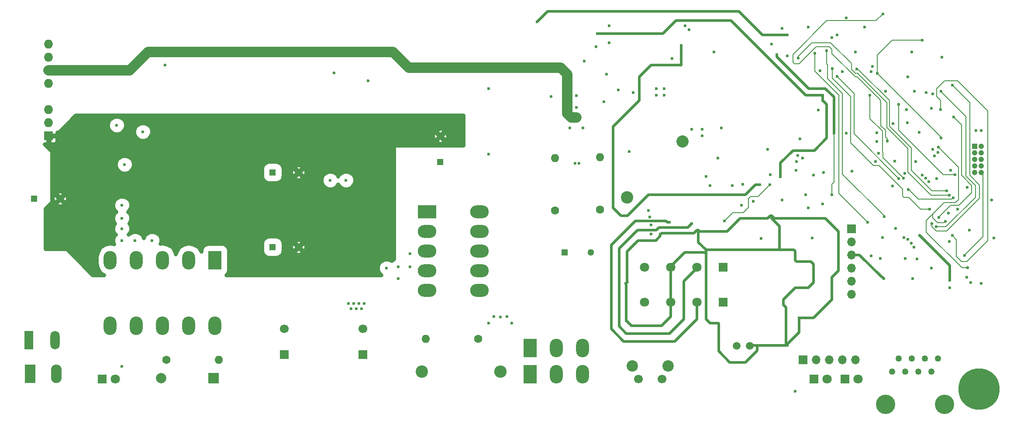
<source format=gbr>
G04 #@! TF.FileFunction,Copper,L3,Inr,Signal*
%FSLAX46Y46*%
G04 Gerber Fmt 4.6, Leading zero omitted, Abs format (unit mm)*
G04 Created by KiCad (PCBNEW 4.0.2-stable) date 5/1/2017 12:34:54 AM*
%MOMM*%
G01*
G04 APERTURE LIST*
%ADD10C,0.100000*%
%ADD11C,1.998980*%
%ADD12R,1.998980X1.998980*%
%ADD13R,1.300000X1.300000*%
%ADD14C,1.300000*%
%ADD15C,1.700000*%
%ADD16R,1.700000X1.700000*%
%ADD17R,1.727200X1.727200*%
%ADD18O,1.727200X1.727200*%
%ADD19O,3.600000X2.500000*%
%ADD20R,3.600000X2.500000*%
%ADD21O,2.500000X3.600000*%
%ADD22R,2.500000X3.600000*%
%ADD23C,1.600000*%
%ADD24O,1.600000X1.600000*%
%ADD25C,2.400000*%
%ADD26O,2.400000X2.400000*%
%ADD27C,2.400000*%
%ADD28C,3.750000*%
%ADD29C,1.250000*%
%ADD30R,2.100000X3.600000*%
%ADD31O,2.100000X3.600000*%
%ADD32O,1.700000X1.700000*%
%ADD33R,1.050000X1.050000*%
%ADD34C,1.050000*%
%ADD35C,8.000000*%
%ADD36R,1.800000X1.800000*%
%ADD37C,1.800000*%
%ADD38R,1.800000X3.600000*%
%ADD39O,1.800000X3.600000*%
%ADD40C,2.200000*%
%ADD41C,1.500000*%
%ADD42C,0.600000*%
%ADD43C,0.500000*%
%ADD44C,0.180000*%
%ADD45C,2.000000*%
%ADD46C,0.800000*%
G04 APERTURE END LIST*
D10*
D11*
X156464000Y-226824540D03*
D12*
X166624000Y-226824540D03*
D13*
X131826000Y-192024000D03*
D14*
X136826000Y-192024000D03*
D13*
X234696000Y-202438000D03*
D14*
X239696000Y-202438000D03*
D13*
X210566000Y-184912000D03*
D14*
X210566000Y-179912000D03*
D15*
X180340000Y-217250000D03*
D16*
X180340000Y-222250000D03*
D15*
X195580000Y-217250000D03*
D16*
X195580000Y-222250000D03*
D13*
X178054000Y-201422000D03*
D14*
X183054000Y-201422000D03*
D17*
X134620000Y-179832000D03*
D18*
X134620000Y-177292000D03*
X134620000Y-174752000D03*
X134620000Y-169672000D03*
X134620000Y-167132000D03*
X134620000Y-164592000D03*
X134620000Y-162052000D03*
D19*
X208026000Y-209804000D03*
X208026000Y-205994000D03*
X218186000Y-209804000D03*
X218186000Y-205994000D03*
X208026000Y-202184000D03*
X208026000Y-198374000D03*
D20*
X208026000Y-194564000D03*
D19*
X218186000Y-194564000D03*
X218186000Y-198374000D03*
X218186000Y-202184000D03*
D21*
X146558000Y-203962000D03*
X151638000Y-203962000D03*
X146558000Y-216662000D03*
X151638000Y-216662000D03*
X156718000Y-203962000D03*
X161798000Y-203962000D03*
D22*
X166878000Y-203962000D03*
D21*
X166878000Y-216662000D03*
X161798000Y-216662000D03*
X156718000Y-216662000D03*
D23*
X217932000Y-219202000D03*
D24*
X207772000Y-219202000D03*
D25*
X207010000Y-225552000D03*
D26*
X222250000Y-225552000D03*
D23*
X157480000Y-223266000D03*
D24*
X167640000Y-223266000D03*
D25*
X246761000Y-191770000D03*
D27*
X257537307Y-180993693D02*
X257537307Y-180993693D01*
D23*
X232791000Y-194310000D03*
D24*
X232791000Y-184150000D03*
D23*
X241554000Y-194183000D03*
D24*
X241554000Y-184023000D03*
D28*
X308356000Y-231902000D03*
D29*
X299466000Y-223012000D03*
D28*
X296924000Y-231902000D03*
D29*
X302006000Y-223012000D03*
X304546000Y-223012000D03*
X307086000Y-223012000D03*
X298196000Y-225552000D03*
X300736000Y-225552000D03*
X303276000Y-225552000D03*
X305816000Y-225552000D03*
D30*
X131000000Y-226000000D03*
D31*
X136080000Y-226000000D03*
D21*
X238160000Y-226080000D03*
X233080000Y-226080000D03*
D22*
X228000000Y-226080000D03*
X228000000Y-221000000D03*
D21*
X233080000Y-221000000D03*
X238160000Y-221000000D03*
D16*
X280924000Y-223266000D03*
D32*
X283464000Y-223266000D03*
X286004000Y-223266000D03*
X288544000Y-223266000D03*
X291084000Y-223266000D03*
D16*
X290322000Y-197866000D03*
D32*
X290322000Y-200406000D03*
X290322000Y-202946000D03*
X290322000Y-205486000D03*
X290322000Y-208026000D03*
X290322000Y-210566000D03*
D33*
X314198000Y-181864000D03*
D34*
X314198000Y-183134000D03*
X314198000Y-184404000D03*
X314198000Y-185674000D03*
X314198000Y-186944000D03*
X315468000Y-183134000D03*
X315468000Y-184404000D03*
X315468000Y-185674000D03*
X315468000Y-186944000D03*
X315468000Y-181864000D03*
D35*
X315000000Y-229000000D03*
D36*
X289000000Y-227000000D03*
D37*
X291540000Y-227000000D03*
D36*
X283000000Y-227000000D03*
D37*
X285540000Y-227000000D03*
D36*
X145000000Y-227000000D03*
D37*
X147540000Y-227000000D03*
D13*
X178054000Y-186944000D03*
D14*
X183054000Y-186944000D03*
D38*
X130810000Y-219456000D03*
D39*
X135890000Y-219456000D03*
D40*
X247750000Y-224500000D03*
X254750000Y-224500000D03*
D15*
X249000000Y-227000000D03*
X253500000Y-227000000D03*
D37*
X260286500Y-212153500D03*
X255206500Y-212153500D03*
X250126500Y-212153500D03*
D36*
X265366500Y-212153500D03*
D37*
X260286500Y-205359000D03*
X255206500Y-205359000D03*
X250126500Y-205359000D03*
D36*
X265366500Y-205359000D03*
D41*
X268000000Y-220620000D03*
X270540000Y-220620000D03*
D42*
X284734000Y-193040000D03*
X282638500Y-199707500D03*
X269240000Y-189230000D03*
X307848000Y-164592000D03*
X196596000Y-169164000D03*
X219964000Y-170688000D03*
X219964000Y-183388000D03*
X246532400Y-208508600D03*
X262128000Y-187706000D03*
X268986000Y-193294000D03*
X276860000Y-159004000D03*
X274828000Y-162052000D03*
X277876000Y-164338000D03*
X255524000Y-164846000D03*
X258826000Y-159258000D03*
X258064000Y-158496000D03*
X263652000Y-163576000D03*
X243332000Y-158496000D03*
X243332000Y-161798000D03*
X240792000Y-162560000D03*
X295554400Y-183261000D03*
X295173400Y-180949600D03*
X317500000Y-192278000D03*
X238506000Y-165354000D03*
X313436000Y-208280000D03*
X312623200Y-207264000D03*
X296926002Y-171195998D03*
X289306000Y-156972000D03*
X305816000Y-174498000D03*
X294970200Y-184835800D03*
X279400000Y-229362000D03*
X309372000Y-209296000D03*
X301193200Y-199948800D03*
X305816000Y-205486000D03*
X309473600Y-186537600D03*
X300609000Y-187172600D03*
X298246800Y-189560200D03*
X296291000Y-199593200D03*
X309245000Y-200355200D03*
X300431200Y-199593200D03*
X291084000Y-163576000D03*
X302006000Y-163576000D03*
X317855600Y-199632000D03*
X313131200Y-198120000D03*
X288544000Y-167386000D03*
X282956000Y-187452000D03*
X247186660Y-182924660D03*
X251206000Y-195580000D03*
X251460000Y-198882000D03*
X251460000Y-197104000D03*
X250952000Y-194310000D03*
X246634000Y-215646000D03*
X248158000Y-200914000D03*
X253238000Y-198882000D03*
X260604000Y-198120000D03*
X268224000Y-196342000D03*
X274828000Y-195326000D03*
X287782000Y-200152000D03*
X287782000Y-205740000D03*
X286512000Y-211582000D03*
X280162000Y-215138000D03*
X277876000Y-220472000D03*
X279908000Y-183642000D03*
X280289000Y-180467000D03*
X280797000Y-184150000D03*
X236982000Y-174371000D03*
X236982000Y-172085000D03*
X279527000Y-186563000D03*
X237490000Y-185166000D03*
X236728000Y-185166000D03*
X220980000Y-214884000D03*
X223520000Y-214884000D03*
X219964000Y-216154000D03*
X224409000Y-216154000D03*
X222250000Y-215011000D03*
X194310000Y-213360000D03*
X192786000Y-212344000D03*
X193294000Y-213360000D03*
X195326000Y-213360000D03*
X194818000Y-212344000D03*
X193802000Y-212344000D03*
X195834000Y-212344000D03*
X281559000Y-195834000D03*
X284734000Y-195834000D03*
X276517100Y-187833000D03*
X284734000Y-172974000D03*
X241046000Y-160020000D03*
X276860000Y-192278000D03*
X284734000Y-171958000D03*
X298361100Y-177457100D03*
X289306000Y-179324000D03*
X275844000Y-164084000D03*
X286512000Y-191262000D03*
X295198800Y-179222402D03*
X286893000Y-179324000D03*
X274535900Y-187413900D03*
X233934000Y-166624000D03*
X284175200Y-167208202D03*
X306070000Y-171704000D03*
X264414000Y-184150000D03*
X274066000Y-182499000D03*
X236982000Y-176276000D03*
X235966000Y-176276000D03*
X257302000Y-162306000D03*
X272542000Y-189357000D03*
X147828000Y-177800000D03*
X172212000Y-193548000D03*
X189738000Y-203962000D03*
X189738000Y-205232000D03*
X188976000Y-204724000D03*
X188976000Y-202946000D03*
X190754000Y-203454000D03*
X190754000Y-204724000D03*
X190246000Y-202692000D03*
X195072000Y-177292000D03*
X195580000Y-176784000D03*
X194564000Y-176784000D03*
X196088000Y-177292000D03*
X196596000Y-176784000D03*
X172212000Y-192532000D03*
X170942000Y-193548000D03*
X172212000Y-191516000D03*
X170942000Y-192532000D03*
X170942000Y-191516000D03*
X169672000Y-192532000D03*
X169672000Y-193548000D03*
X169672000Y-191516000D03*
X148590000Y-188214000D03*
X147066000Y-188468000D03*
X149352000Y-188976000D03*
X147828000Y-187706000D03*
X148082000Y-188976000D03*
X149352000Y-187960000D03*
X148590000Y-189738000D03*
X188976000Y-205994000D03*
X190754000Y-205740000D03*
X194056000Y-181356000D03*
X194056000Y-182372000D03*
X298678600Y-184772300D03*
X281940000Y-193852800D03*
X305308000Y-188722000D03*
X304038000Y-187452000D03*
X304673000Y-188087000D03*
X314452000Y-178816000D03*
X229362000Y-157734000D03*
X277876000Y-160274000D03*
X276860000Y-160274000D03*
X292862000Y-158750000D03*
X281940000Y-158750000D03*
X303530000Y-199136000D03*
X315468000Y-178816000D03*
X309372000Y-207899000D03*
X302133000Y-207518000D03*
X296545000Y-207518000D03*
X296341800Y-156210000D03*
X297206620Y-180873400D03*
X309118000Y-194881500D03*
X306781200Y-188137800D03*
X255016000Y-196596000D03*
X259334000Y-196850000D03*
X261366000Y-179832000D03*
X261366000Y-178562000D03*
X259334000Y-178562000D03*
X254000000Y-170688000D03*
X254000000Y-171958000D03*
X252476000Y-170688000D03*
X252476000Y-171958000D03*
X290347400Y-186715400D03*
X279590500Y-184835800D03*
X304038000Y-161290000D03*
X307670200Y-180301900D03*
X295287700Y-167767000D03*
X309880000Y-170053000D03*
X305841400Y-196862700D03*
X307200300Y-195668900D03*
X310070500Y-176237900D03*
X306057300Y-182486300D03*
X247942100Y-171475400D03*
X154686000Y-200152000D03*
X151384000Y-200152000D03*
X148844000Y-200152000D03*
X148844000Y-197866000D03*
X148844000Y-195834000D03*
X148844000Y-193294000D03*
X307594000Y-174752000D03*
X309829200Y-199199500D03*
X312762900Y-205460600D03*
X307111400Y-182041800D03*
X308444900Y-196456300D03*
X312750200Y-189826900D03*
X312242200Y-203073000D03*
X294106600Y-203136500D03*
X302387000Y-201422000D03*
X295859200Y-203669900D03*
X300685200Y-203657200D03*
X306374800Y-183781700D03*
X262890000Y-189484000D03*
X274459700Y-189306200D03*
X307060600Y-183095900D03*
X265684000Y-196342000D03*
X310362600Y-187363100D03*
X299466000Y-173799500D03*
X245109994Y-170942000D03*
X265049000Y-178308000D03*
X301294800Y-190233300D03*
X309968900Y-191846200D03*
X267208000Y-189484000D03*
X279984200Y-164820600D03*
X309232300Y-191350900D03*
X308724300Y-190538100D03*
X291338000Y-166878000D03*
X315442600Y-208432400D03*
X148844000Y-224536000D03*
X293878000Y-171958000D03*
X300355000Y-188036200D03*
X235712000Y-178308000D03*
X238252000Y-178308000D03*
X302514000Y-171196000D03*
X242316000Y-173228000D03*
X300990000Y-174752000D03*
X304800000Y-171450000D03*
X232029000Y-172212000D03*
X242824000Y-167894000D03*
X302704500Y-184873900D03*
X298805600Y-197815200D03*
X301244000Y-168402000D03*
X294132000Y-167386000D03*
X301091600Y-177317400D03*
X283819600Y-174879000D03*
X287515300Y-168351200D03*
X299415200Y-188112400D03*
X149352000Y-185420000D03*
X152908000Y-179070000D03*
X281432000Y-191262000D03*
X303441100Y-179197000D03*
X284861000Y-186944000D03*
X303022000Y-203708000D03*
X301879000Y-200710800D03*
X310896000Y-194081400D03*
X294386000Y-166370000D03*
X307632100Y-171259500D03*
X306705000Y-197497700D03*
X157226000Y-166116000D03*
X286512000Y-160782000D03*
X283210000Y-163830000D03*
X293395400Y-196621400D03*
X285483300Y-163385500D03*
X296595800Y-195491100D03*
X305409600Y-194068700D03*
X286588200Y-166827200D03*
X271272000Y-192532000D03*
X272732500Y-199771000D03*
X192278000Y-188468000D03*
X189230000Y-188468000D03*
X202438000Y-207518000D03*
X202438000Y-205232000D03*
X204724000Y-205232000D03*
X204724000Y-202692000D03*
X200152000Y-205486000D03*
X287528000Y-160274000D03*
X189992000Y-167640000D03*
D43*
X260604000Y-198120000D02*
X260604000Y-200533000D01*
X260604000Y-200533000D02*
X262064500Y-201993500D01*
X274828000Y-195326000D02*
X274828000Y-195834000D01*
X274828000Y-195834000D02*
X276352000Y-197358000D01*
X276352000Y-197358000D02*
X276352000Y-201930000D01*
X262064500Y-202755500D02*
X262064500Y-201993500D01*
X262064500Y-201993500D02*
X262128000Y-201930000D01*
X262128000Y-201930000D02*
X272796000Y-201930000D01*
X272796000Y-201930000D02*
X276352000Y-201930000D01*
X276352000Y-201930000D02*
X279146000Y-201930000D01*
X279146000Y-201930000D02*
X279400000Y-202184000D01*
X279400000Y-202184000D02*
X279400000Y-203962000D01*
X279400000Y-203962000D02*
X279654000Y-204216000D01*
X279654000Y-204216000D02*
X282448000Y-204216000D01*
X282448000Y-204216000D02*
X282956000Y-204724000D01*
X282956000Y-204724000D02*
X282956000Y-208280000D01*
X282956000Y-208280000D02*
X281940000Y-209296000D01*
X281940000Y-209296000D02*
X279400000Y-209296000D01*
X279400000Y-209296000D02*
X277114000Y-211582000D01*
X277114000Y-211582000D02*
X277114000Y-212598000D01*
X277114000Y-212598000D02*
X277622000Y-213106000D01*
X277622000Y-213106000D02*
X277622000Y-220218000D01*
X277622000Y-220218000D02*
X277876000Y-220472000D01*
X264541000Y-216535000D02*
X264541000Y-216281000D01*
X264541000Y-216281000D02*
X264414000Y-216154000D01*
X264414000Y-216154000D02*
X262890000Y-216154000D01*
X262890000Y-216154000D02*
X262128000Y-215392000D01*
X262128000Y-215392000D02*
X262128000Y-214122000D01*
X272034000Y-220472000D02*
X272034000Y-221488000D01*
X272034000Y-221488000D02*
X269748000Y-223774000D01*
X269748000Y-223774000D02*
X266700000Y-223774000D01*
X266700000Y-223774000D02*
X264541000Y-221615000D01*
X264541000Y-221615000D02*
X264541000Y-221361000D01*
X257937000Y-202438000D02*
X261747000Y-202438000D01*
X261747000Y-202438000D02*
X262064500Y-202755500D01*
X262064500Y-202755500D02*
X262128000Y-202819000D01*
X262128000Y-202819000D02*
X262128000Y-214122000D01*
X264541000Y-216535000D02*
X264541000Y-221361000D01*
X251968000Y-200152000D02*
X252349000Y-200152000D01*
X252349000Y-200152000D02*
X253238000Y-199263000D01*
X253238000Y-199263000D02*
X253238000Y-198882000D01*
X260604000Y-198120000D02*
X260350000Y-198120000D01*
X260350000Y-198120000D02*
X259715000Y-198755000D01*
X259715000Y-198755000D02*
X253492000Y-198755000D01*
X248158000Y-200914000D02*
X246773700Y-202298300D01*
X246773700Y-202298300D02*
X246773700Y-208149902D01*
X246773700Y-208149902D02*
X246832399Y-208208601D01*
X246832399Y-208208601D02*
X246532400Y-208508600D01*
X246634000Y-215646000D02*
X246634000Y-208610200D01*
X246634000Y-208610200D02*
X246532400Y-208508600D01*
X271526000Y-220472000D02*
X270688000Y-220472000D01*
X270688000Y-220472000D02*
X270540000Y-220620000D01*
X270510000Y-220650000D02*
X270540000Y-220620000D01*
X246634000Y-215646000D02*
X247650000Y-216662000D01*
X247650000Y-216662000D02*
X253492000Y-216662000D01*
X253492000Y-216662000D02*
X255206500Y-214947500D01*
X255206500Y-214947500D02*
X255206500Y-212153500D01*
X251968000Y-200152000D02*
X248920000Y-200152000D01*
X248920000Y-200152000D02*
X248158000Y-200914000D01*
X268224000Y-196342000D02*
X266192000Y-198374000D01*
X266192000Y-198374000D02*
X260858000Y-198374000D01*
X260858000Y-198374000D02*
X260604000Y-198120000D01*
X274828000Y-195326000D02*
X274574000Y-195326000D01*
X274574000Y-195326000D02*
X274066000Y-195834000D01*
X274066000Y-195834000D02*
X268732000Y-195834000D01*
X268732000Y-195834000D02*
X268224000Y-196342000D01*
X281559000Y-195834000D02*
X275336000Y-195834000D01*
X275336000Y-195834000D02*
X274828000Y-195326000D01*
X284734000Y-195834000D02*
X281559000Y-195834000D01*
X287782000Y-200152000D02*
X287782000Y-198374000D01*
X287782000Y-198374000D02*
X285242000Y-195834000D01*
X285242000Y-195834000D02*
X284734000Y-195834000D01*
X287782000Y-205740000D02*
X287782000Y-200152000D01*
X286512000Y-211582000D02*
X286512000Y-207264000D01*
X286512000Y-207264000D02*
X287782000Y-205994000D01*
X287782000Y-205994000D02*
X287782000Y-205740000D01*
X280162000Y-215138000D02*
X282956000Y-215138000D01*
X282956000Y-215138000D02*
X286512000Y-211582000D01*
X277876000Y-220472000D02*
X277876000Y-220218000D01*
X277876000Y-220218000D02*
X280162000Y-217932000D01*
X280162000Y-217932000D02*
X280162000Y-215138000D01*
X271526000Y-220472000D02*
X272034000Y-220472000D01*
X272034000Y-220472000D02*
X277876000Y-220472000D01*
X255206500Y-212153500D02*
X254825500Y-212153500D01*
X255206500Y-212153500D02*
X255206500Y-205359000D01*
X255206500Y-205359000D02*
X255206500Y-205168500D01*
X255206500Y-205168500D02*
X257937000Y-202438000D01*
X276517100Y-187833000D02*
X276517100Y-185115200D01*
X276517100Y-185115200D02*
X278930100Y-182702200D01*
X278930100Y-182702200D02*
X283108400Y-182702200D01*
X283108400Y-182702200D02*
X285496000Y-180314600D01*
X285496000Y-180314600D02*
X285496000Y-173736000D01*
X285496000Y-173736000D02*
X284734000Y-172974000D01*
X241046000Y-160020000D02*
X253746000Y-160020000D01*
X253746000Y-160020000D02*
X256286000Y-157480000D01*
X256286000Y-157480000D02*
X266954000Y-157480000D01*
X266954000Y-157480000D02*
X281432000Y-171958000D01*
X281432000Y-171958000D02*
X284734000Y-171958000D01*
X284734000Y-171958000D02*
X284734000Y-172974000D01*
D44*
X286512000Y-191262000D02*
X286512000Y-189230000D01*
X286512000Y-189230000D02*
X286893000Y-188849000D01*
X286893000Y-188849000D02*
X286893000Y-179324000D01*
D43*
X275844000Y-164084000D02*
X275844000Y-164508264D01*
X275844000Y-164508264D02*
X282023736Y-170688000D01*
X282023736Y-170688000D02*
X285242000Y-170688000D01*
X285242000Y-170688000D02*
X286893000Y-172339000D01*
X286893000Y-172339000D02*
X286893000Y-179324000D01*
D45*
X235966000Y-176276000D02*
X236982000Y-176276000D01*
X235204000Y-169926000D02*
X235204000Y-167894000D01*
X235204000Y-167894000D02*
X233934000Y-166624000D01*
X235966000Y-176276000D02*
X235204000Y-175514000D01*
X235204000Y-175514000D02*
X235204000Y-169926000D01*
X235204000Y-169926000D02*
X235204000Y-169418000D01*
X233934000Y-166624000D02*
X204470000Y-166624000D01*
X204470000Y-166624000D02*
X201422000Y-163576000D01*
X201422000Y-163576000D02*
X153924000Y-163576000D01*
X153924000Y-163576000D02*
X150368000Y-167132000D01*
X150368000Y-167132000D02*
X134620000Y-167132000D01*
D43*
X244094000Y-181864000D02*
X244094000Y-178054000D01*
X244094000Y-178054000D02*
X249174000Y-172974000D01*
X249174000Y-172974000D02*
X249174000Y-168402000D01*
X249174000Y-168402000D02*
X251460000Y-166116000D01*
X251460000Y-166116000D02*
X257302000Y-166116000D01*
X257302000Y-162306000D02*
X257302000Y-166116000D01*
X244094000Y-181864000D02*
X244094000Y-193802000D01*
X244094000Y-193802000D02*
X245618000Y-195326000D01*
X245618000Y-195326000D02*
X246888000Y-195326000D01*
X246888000Y-195326000D02*
X250952000Y-191262000D01*
X250952000Y-191262000D02*
X269748000Y-191262000D01*
X269748000Y-191262000D02*
X271653000Y-189357000D01*
X271653000Y-189357000D02*
X272542000Y-189357000D01*
X276860000Y-160274000D02*
X277876000Y-160274000D01*
X229362000Y-157734000D02*
X231394000Y-155702000D01*
X231394000Y-155702000D02*
X268478000Y-155702000D01*
X268478000Y-155702000D02*
X273050000Y-160274000D01*
X273050000Y-160274000D02*
X276860000Y-160274000D01*
X309372000Y-207899000D02*
X309372000Y-204978000D01*
X309372000Y-204978000D02*
X303530000Y-199136000D01*
X296118001Y-207218001D02*
X291846000Y-202946000D01*
X291846000Y-202946000D02*
X290322000Y-202946000D01*
X296545000Y-207518000D02*
X296245001Y-207218001D01*
X296245001Y-207218001D02*
X296118001Y-207218001D01*
D44*
X297206620Y-180873400D02*
X297206620Y-180449136D01*
X296875200Y-178790600D02*
X295960800Y-177876200D01*
X296875200Y-180117716D02*
X296875200Y-178790600D01*
X297206620Y-180449136D02*
X296875200Y-180117716D01*
X295960800Y-177876200D02*
X295960800Y-173380400D01*
X295910000Y-172948600D02*
X291421310Y-168459910D01*
X295910000Y-173329600D02*
X295910000Y-172948600D01*
X295960800Y-173380400D02*
X295910000Y-173329600D01*
X291421310Y-168459910D02*
X291014910Y-168459910D01*
X291014910Y-168459910D02*
X286512000Y-163957000D01*
X286512000Y-163068000D02*
X286004000Y-162560000D01*
X286512000Y-163957000D02*
X286512000Y-163068000D01*
X283464000Y-162560000D02*
X280162000Y-165862000D01*
X286004000Y-162560000D02*
X283464000Y-162560000D01*
X279222200Y-165862000D02*
X278942800Y-165582600D01*
X280162000Y-165862000D02*
X279222200Y-165862000D01*
X278942800Y-165582600D02*
X278942800Y-164084000D01*
X278942800Y-164084000D02*
X285494799Y-157532001D01*
X285494799Y-157532001D02*
X295019799Y-157532001D01*
X295019799Y-157532001D02*
X296341800Y-156210000D01*
D43*
X260286500Y-212153500D02*
X260286500Y-215455500D01*
X260286500Y-215455500D02*
X256032000Y-219710000D01*
X256032000Y-219710000D02*
X246126000Y-219710000D01*
X246126000Y-219710000D02*
X243713000Y-217297000D01*
X243713000Y-217297000D02*
X243713000Y-201041000D01*
X254337736Y-196342000D02*
X254591736Y-196596000D01*
X243713000Y-201041000D02*
X248412000Y-196342000D01*
X248412000Y-196342000D02*
X254337736Y-196342000D01*
X254591736Y-196596000D02*
X255016000Y-196596000D01*
X260286500Y-205359000D02*
X260286500Y-205549500D01*
X260286500Y-205549500D02*
X257810000Y-208026000D01*
X257810000Y-208026000D02*
X257810000Y-215392000D01*
X257810000Y-215392000D02*
X255016000Y-218186000D01*
X255016000Y-218186000D02*
X246634000Y-218186000D01*
X246634000Y-218186000D02*
X245237000Y-216789000D01*
X245237000Y-216789000D02*
X245237000Y-201676000D01*
X245237000Y-201676000D02*
X248793000Y-198120000D01*
X248793000Y-198120000D02*
X252476000Y-198120000D01*
X252476000Y-198120000D02*
X252984000Y-197612000D01*
X252984000Y-197612000D02*
X258572000Y-197612000D01*
X258572000Y-197612000D02*
X259334000Y-196850000D01*
D44*
X304038000Y-161290000D02*
X298196000Y-161290000D01*
X298196000Y-161290000D02*
X295287700Y-164198300D01*
X295287700Y-164198300D02*
X295287700Y-167767000D01*
X307670200Y-180301900D02*
X307670200Y-180149500D01*
X307670200Y-180149500D02*
X295287700Y-167767000D01*
X305841400Y-196862700D02*
X305841400Y-197286964D01*
X305841400Y-197286964D02*
X305866800Y-197312364D01*
X305866800Y-197312364D02*
X305866800Y-197488302D01*
X305866800Y-197488302D02*
X306727098Y-198348600D01*
X306727098Y-198348600D02*
X308762400Y-198348600D01*
X308762400Y-198348600D02*
X315117990Y-191993010D01*
X315117990Y-191993010D02*
X315117990Y-189387990D01*
X315117990Y-189387990D02*
X313194700Y-187464700D01*
X313194700Y-187464700D02*
X313194700Y-173380400D01*
X313194700Y-173380400D02*
X309880000Y-170065700D01*
X309880000Y-170065700D02*
X309880000Y-170053000D01*
X310070500Y-176237900D02*
X311594500Y-177761900D01*
X311594500Y-177761900D02*
X311594500Y-187515500D01*
X311594500Y-187515500D02*
X313563000Y-189484000D01*
X313563000Y-189484000D02*
X313563000Y-190881000D01*
X313563000Y-190881000D02*
X311111900Y-193332100D01*
X311111900Y-193332100D02*
X309537100Y-193332100D01*
X309537100Y-193332100D02*
X307500299Y-195368901D01*
X307500299Y-195368901D02*
X307200300Y-195668900D01*
X307594000Y-174752000D02*
X307594000Y-172974000D01*
X307594000Y-172974000D02*
X306832000Y-172212000D01*
X306832000Y-172212000D02*
X306832000Y-170688000D01*
X306832000Y-170688000D02*
X308356000Y-169164000D01*
X308356000Y-169164000D02*
X310896000Y-169164000D01*
X310896000Y-169164000D02*
X316738000Y-175006000D01*
X316738000Y-175006000D02*
X316738000Y-200152000D01*
X316738000Y-200152000D02*
X312674000Y-204216000D01*
X312674000Y-204216000D02*
X311658000Y-204216000D01*
X311658000Y-204216000D02*
X310642000Y-203200000D01*
X310642000Y-203200000D02*
X310642000Y-200012300D01*
X310642000Y-200012300D02*
X309829200Y-199199500D01*
X307111400Y-182041800D02*
X311023000Y-185953400D01*
X311023000Y-185953400D02*
X311023000Y-192189100D01*
X311023000Y-192189100D02*
X310426100Y-192786000D01*
X310426100Y-192786000D02*
X308254400Y-192786000D01*
X308254400Y-192786000D02*
X306158900Y-194881500D01*
X312762900Y-205460600D02*
X311670700Y-205460600D01*
X311670700Y-205460600D02*
X304774600Y-198564500D01*
X304774600Y-198564500D02*
X304774600Y-196253100D01*
X304774600Y-196253100D02*
X306158900Y-194868800D01*
X306158900Y-194868800D02*
X306158900Y-194881500D01*
X306158900Y-194881500D02*
X306044600Y-194995800D01*
X306044600Y-194995800D02*
X306044600Y-195757800D01*
X306044600Y-195757800D02*
X306971700Y-196684900D01*
X306971700Y-196684900D02*
X308216300Y-196684900D01*
X308216300Y-196684900D02*
X308444900Y-196456300D01*
X312242200Y-203073000D02*
X312242200Y-202971400D01*
X312242200Y-202971400D02*
X315760100Y-199453500D01*
X315760100Y-199453500D02*
X315760100Y-187236100D01*
X315760100Y-187236100D02*
X315468000Y-186944000D01*
X274459700Y-189306200D02*
X272122900Y-191643000D01*
X272122900Y-191643000D02*
X270764000Y-191643000D01*
X270764000Y-191643000D02*
X270319500Y-192087500D01*
X270319500Y-192087500D02*
X270319500Y-193751200D01*
X270319500Y-193751200D02*
X269303500Y-194767200D01*
X269303500Y-194767200D02*
X267258800Y-194767200D01*
X267258800Y-194767200D02*
X265684000Y-196342000D01*
X299466000Y-178739800D02*
X308089300Y-187363100D01*
X299466000Y-173799500D02*
X299466000Y-178739800D01*
X308089300Y-187363100D02*
X309938336Y-187363100D01*
X309938336Y-187363100D02*
X310362600Y-187363100D01*
X309668901Y-192146199D02*
X303207699Y-192146199D01*
X303207699Y-192146199D02*
X301594799Y-190533299D01*
X301594799Y-190533299D02*
X301294800Y-190233300D01*
X309968900Y-191846200D02*
X309668901Y-192146199D01*
X309232300Y-191350900D02*
X305676300Y-191350900D01*
X305676300Y-191350900D02*
X301244000Y-186918600D01*
X301244000Y-186918600D02*
X301244000Y-186118500D01*
X291439600Y-167716200D02*
X291007800Y-167716200D01*
X301244000Y-186118500D02*
X301231300Y-186105800D01*
X301231300Y-186105800D02*
X301231300Y-182333900D01*
X301231300Y-182333900D02*
X297154600Y-178257200D01*
X297154600Y-178257200D02*
X297154600Y-173431200D01*
X297154600Y-173431200D02*
X291439600Y-167716200D01*
X291007800Y-167716200D02*
X290245800Y-166954200D01*
X290245800Y-166954200D02*
X290245800Y-165785800D01*
X290245800Y-165785800D02*
X286258000Y-161798000D01*
X286258000Y-161798000D02*
X282600400Y-161798000D01*
X282600400Y-161798000D02*
X279984200Y-164414200D01*
X279984200Y-164414200D02*
X279984200Y-164820600D01*
X308724300Y-190538100D02*
X305854100Y-190538100D01*
X305854100Y-190538100D02*
X301840900Y-186524900D01*
X301840900Y-186524900D02*
X301840900Y-182206900D01*
X301840900Y-182206900D02*
X297649900Y-178015900D01*
X297649900Y-178015900D02*
X297649900Y-173037500D01*
X297649900Y-173037500D02*
X291655500Y-167043100D01*
X291655500Y-167043100D02*
X291503100Y-167043100D01*
X291503100Y-167043100D02*
X291338000Y-166878000D01*
X300355000Y-188036200D02*
X296418000Y-184099200D01*
X296418000Y-184099200D02*
X296418000Y-183117998D01*
X296418000Y-183117998D02*
X296265600Y-182965598D01*
X296265600Y-182965598D02*
X296265600Y-178917600D01*
X296265600Y-178917600D02*
X293878000Y-176530000D01*
X293878000Y-176530000D02*
X293878000Y-172382264D01*
X293878000Y-172382264D02*
X293878000Y-171958000D01*
X299415200Y-188112400D02*
X290766500Y-179463700D01*
X290766500Y-179463700D02*
X290766500Y-171602400D01*
X290766500Y-171602400D02*
X287815299Y-168651199D01*
X287815299Y-168651199D02*
X287515300Y-168351200D01*
X306705000Y-197497700D02*
X308597300Y-197497700D01*
X308597300Y-197497700D02*
X314325000Y-191770000D01*
X314325000Y-191770000D02*
X314325000Y-189484000D01*
X314325000Y-189484000D02*
X312483500Y-187642500D01*
X312483500Y-187642500D02*
X312483500Y-176110900D01*
X312483500Y-176110900D02*
X307932099Y-171559499D01*
X307932099Y-171559499D02*
X307632100Y-171259500D01*
X283210000Y-164254264D02*
X283210000Y-163830000D01*
X283210000Y-167322500D02*
X283210000Y-164254264D01*
X287832800Y-171945300D02*
X283210000Y-167322500D01*
X287832800Y-191058800D02*
X287832800Y-171945300D01*
X283108400Y-163741100D02*
X283121100Y-163741100D01*
X293395400Y-196621400D02*
X287832800Y-191058800D01*
X283210000Y-164084002D02*
X283210000Y-163830000D01*
X283121100Y-163741100D02*
X283210000Y-163830000D01*
X285470600Y-165366700D02*
X285470600Y-165862000D01*
X285470600Y-165862000D02*
X285648400Y-166039800D01*
X285648400Y-166039800D02*
X285610300Y-166077900D01*
X285610300Y-166077900D02*
X285610300Y-168770300D01*
X285610300Y-168770300D02*
X288505900Y-171665900D01*
X288505900Y-171665900D02*
X288505900Y-187286900D01*
X288505900Y-187286900D02*
X296595800Y-195376800D01*
X296595800Y-195376800D02*
X296595800Y-195491100D01*
X285483300Y-163809764D02*
X285483300Y-163385500D01*
X285483300Y-165354000D02*
X285483300Y-163809764D01*
X285470600Y-165366700D02*
X285483300Y-165354000D01*
X285470600Y-165379400D02*
X285470600Y-165366700D01*
X286588200Y-166827200D02*
X286588200Y-168719500D01*
X286588200Y-168719500D02*
X290106100Y-172237400D01*
X301383700Y-191795400D02*
X303657000Y-194068700D01*
X303657000Y-194068700D02*
X304985336Y-194068700D01*
X304985336Y-194068700D02*
X305409600Y-194068700D01*
X290106100Y-172237400D02*
X290106100Y-181216300D01*
X300164500Y-191516000D02*
X300443900Y-191795400D01*
X300443900Y-191795400D02*
X301383700Y-191795400D01*
X290106100Y-181216300D02*
X294500300Y-185610500D01*
X294500300Y-185610500D02*
X295592500Y-185610500D01*
X295592500Y-185610500D02*
X300164500Y-190182500D01*
X300164500Y-190182500D02*
X300164500Y-191516000D01*
D46*
G36*
X214992000Y-181718000D02*
X201930000Y-181718000D01*
X201774378Y-181749514D01*
X201643277Y-181839092D01*
X201557356Y-181972617D01*
X201530000Y-182118000D01*
X201530000Y-203767775D01*
X201476285Y-203789970D01*
X201168103Y-204097614D01*
X201116230Y-204045650D01*
X200491634Y-203786296D01*
X199815333Y-203785706D01*
X199190285Y-204043970D01*
X198711650Y-204521770D01*
X198452296Y-205146366D01*
X198451706Y-205822667D01*
X198709970Y-206447715D01*
X199125529Y-206864000D01*
X169000830Y-206864000D01*
X169123303Y-206785191D01*
X169442966Y-206317349D01*
X169555427Y-205762000D01*
X169555427Y-202162000D01*
X169457806Y-201643191D01*
X169151191Y-201166697D01*
X168683349Y-200847034D01*
X168312821Y-200772000D01*
X175976573Y-200772000D01*
X175976573Y-202072000D01*
X176074194Y-202590809D01*
X176380809Y-203067303D01*
X176848651Y-203386966D01*
X177404000Y-203499427D01*
X178704000Y-203499427D01*
X179222809Y-203401806D01*
X179699303Y-203095191D01*
X180018966Y-202627349D01*
X180066238Y-202393911D01*
X182223510Y-202393911D01*
X182267906Y-202674096D01*
X182806900Y-202879612D01*
X183383513Y-202863218D01*
X183840094Y-202674096D01*
X183884490Y-202393911D01*
X183054000Y-201563421D01*
X182223510Y-202393911D01*
X180066238Y-202393911D01*
X180131427Y-202072000D01*
X180131427Y-201174900D01*
X181596388Y-201174900D01*
X181612782Y-201751513D01*
X181801904Y-202208094D01*
X182082089Y-202252490D01*
X182912579Y-201422000D01*
X183195421Y-201422000D01*
X184025911Y-202252490D01*
X184306096Y-202208094D01*
X184511612Y-201669100D01*
X184495218Y-201092487D01*
X184306096Y-200635906D01*
X184025911Y-200591510D01*
X183195421Y-201422000D01*
X182912579Y-201422000D01*
X182082089Y-200591510D01*
X181801904Y-200635906D01*
X181596388Y-201174900D01*
X180131427Y-201174900D01*
X180131427Y-200772000D01*
X180070856Y-200450089D01*
X182223510Y-200450089D01*
X183054000Y-201280579D01*
X183884490Y-200450089D01*
X183840094Y-200169904D01*
X183301100Y-199964388D01*
X182724487Y-199980782D01*
X182267906Y-200169904D01*
X182223510Y-200450089D01*
X180070856Y-200450089D01*
X180033806Y-200253191D01*
X179727191Y-199776697D01*
X179259349Y-199457034D01*
X178704000Y-199344573D01*
X177404000Y-199344573D01*
X176885191Y-199442194D01*
X176408697Y-199748809D01*
X176089034Y-200216651D01*
X175976573Y-200772000D01*
X168312821Y-200772000D01*
X168128000Y-200734573D01*
X165628000Y-200734573D01*
X165109191Y-200832194D01*
X164632697Y-201138809D01*
X164313034Y-201606651D01*
X164200573Y-202162000D01*
X164200573Y-202266790D01*
X163671833Y-201475475D01*
X162812111Y-200901027D01*
X161798000Y-200699308D01*
X160783889Y-200901027D01*
X159924167Y-201475475D01*
X159349719Y-202335197D01*
X159258000Y-202796300D01*
X159166281Y-202335197D01*
X158591833Y-201475475D01*
X157732111Y-200901027D01*
X156718000Y-200699308D01*
X156261790Y-200790054D01*
X156385704Y-200491634D01*
X156386294Y-199815333D01*
X156128030Y-199190285D01*
X155650230Y-198711650D01*
X155025634Y-198452296D01*
X154349333Y-198451706D01*
X153724285Y-198709970D01*
X153245650Y-199187770D01*
X153034801Y-199695552D01*
X152826030Y-199190285D01*
X152348230Y-198711650D01*
X151723634Y-198452296D01*
X151047333Y-198451706D01*
X150422285Y-198709970D01*
X150113881Y-199017836D01*
X150105164Y-199009103D01*
X150284350Y-198830230D01*
X150543704Y-198205634D01*
X150544294Y-197529333D01*
X150286030Y-196904285D01*
X150232164Y-196850325D01*
X150284350Y-196798230D01*
X150543704Y-196173634D01*
X150544294Y-195497333D01*
X150286030Y-194872285D01*
X149978164Y-194563881D01*
X150284350Y-194258230D01*
X150543704Y-193633634D01*
X150544294Y-192957333D01*
X150286030Y-192332285D01*
X149808230Y-191853650D01*
X149183634Y-191594296D01*
X148507333Y-191593706D01*
X147882285Y-191851970D01*
X147403650Y-192329770D01*
X147144296Y-192954366D01*
X147143706Y-193630667D01*
X147401970Y-194255715D01*
X147709836Y-194564119D01*
X147403650Y-194869770D01*
X147144296Y-195494366D01*
X147143706Y-196170667D01*
X147401970Y-196795715D01*
X147455836Y-196849675D01*
X147403650Y-196901770D01*
X147144296Y-197526366D01*
X147143706Y-198202667D01*
X147401970Y-198827715D01*
X147582836Y-199008897D01*
X147403650Y-199187770D01*
X147144296Y-199812366D01*
X147143706Y-200488667D01*
X147290984Y-200845107D01*
X146558000Y-200699308D01*
X145543889Y-200901027D01*
X144684167Y-201475475D01*
X144109719Y-202335197D01*
X143908000Y-203349308D01*
X143908000Y-204574692D01*
X144109719Y-205588803D01*
X144684167Y-206448525D01*
X145305969Y-206864000D01*
X143167686Y-206864000D01*
X138204843Y-201901157D01*
X138072517Y-201813400D01*
X137922000Y-201784000D01*
X134004000Y-201784000D01*
X134004000Y-193967686D01*
X134975775Y-192995911D01*
X135995510Y-192995911D01*
X136039906Y-193276096D01*
X136578900Y-193481612D01*
X137155513Y-193465218D01*
X137612094Y-193276096D01*
X137656490Y-192995911D01*
X136826000Y-192165421D01*
X135995510Y-192995911D01*
X134975775Y-192995911D01*
X135156843Y-192814843D01*
X135244600Y-192682517D01*
X135274000Y-192532000D01*
X135274000Y-191776900D01*
X135368388Y-191776900D01*
X135384782Y-192353513D01*
X135573904Y-192810094D01*
X135854089Y-192854490D01*
X136684579Y-192024000D01*
X136967421Y-192024000D01*
X137797911Y-192854490D01*
X138078096Y-192810094D01*
X138283612Y-192271100D01*
X138267218Y-191694487D01*
X138078096Y-191237906D01*
X137797911Y-191193510D01*
X136967421Y-192024000D01*
X136684579Y-192024000D01*
X135854089Y-191193510D01*
X135573904Y-191237906D01*
X135368388Y-191776900D01*
X135274000Y-191776900D01*
X135274000Y-191052089D01*
X135995510Y-191052089D01*
X136826000Y-191882579D01*
X137656490Y-191052089D01*
X137612094Y-190771904D01*
X137073100Y-190566388D01*
X136496487Y-190582782D01*
X136039906Y-190771904D01*
X135995510Y-191052089D01*
X135274000Y-191052089D01*
X135274000Y-185756667D01*
X147651706Y-185756667D01*
X147909970Y-186381715D01*
X148387770Y-186860350D01*
X149012366Y-187119704D01*
X149688667Y-187120294D01*
X150313715Y-186862030D01*
X150792350Y-186384230D01*
X150829816Y-186294000D01*
X175976573Y-186294000D01*
X175976573Y-187594000D01*
X176074194Y-188112809D01*
X176380809Y-188589303D01*
X176848651Y-188908966D01*
X177404000Y-189021427D01*
X178704000Y-189021427D01*
X179222809Y-188923806D01*
X179407956Y-188804667D01*
X187529706Y-188804667D01*
X187787970Y-189429715D01*
X188265770Y-189908350D01*
X188890366Y-190167704D01*
X189566667Y-190168294D01*
X190191715Y-189910030D01*
X190670350Y-189432230D01*
X190753885Y-189231054D01*
X190835970Y-189429715D01*
X191313770Y-189908350D01*
X191938366Y-190167704D01*
X192614667Y-190168294D01*
X193239715Y-189910030D01*
X193718350Y-189432230D01*
X193977704Y-188807634D01*
X193978294Y-188131333D01*
X193720030Y-187506285D01*
X193242230Y-187027650D01*
X192617634Y-186768296D01*
X191941333Y-186767706D01*
X191316285Y-187025970D01*
X190837650Y-187503770D01*
X190754115Y-187704946D01*
X190672030Y-187506285D01*
X190194230Y-187027650D01*
X189569634Y-186768296D01*
X188893333Y-186767706D01*
X188268285Y-187025970D01*
X187789650Y-187503770D01*
X187530296Y-188128366D01*
X187529706Y-188804667D01*
X179407956Y-188804667D01*
X179699303Y-188617191D01*
X180018966Y-188149349D01*
X180066238Y-187915911D01*
X182223510Y-187915911D01*
X182267906Y-188196096D01*
X182806900Y-188401612D01*
X183383513Y-188385218D01*
X183840094Y-188196096D01*
X183884490Y-187915911D01*
X183054000Y-187085421D01*
X182223510Y-187915911D01*
X180066238Y-187915911D01*
X180131427Y-187594000D01*
X180131427Y-186696900D01*
X181596388Y-186696900D01*
X181612782Y-187273513D01*
X181801904Y-187730094D01*
X182082089Y-187774490D01*
X182912579Y-186944000D01*
X183195421Y-186944000D01*
X184025911Y-187774490D01*
X184306096Y-187730094D01*
X184511612Y-187191100D01*
X184495218Y-186614487D01*
X184306096Y-186157906D01*
X184025911Y-186113510D01*
X183195421Y-186944000D01*
X182912579Y-186944000D01*
X182082089Y-186113510D01*
X181801904Y-186157906D01*
X181596388Y-186696900D01*
X180131427Y-186696900D01*
X180131427Y-186294000D01*
X180070856Y-185972089D01*
X182223510Y-185972089D01*
X183054000Y-186802579D01*
X183884490Y-185972089D01*
X183840094Y-185691904D01*
X183301100Y-185486388D01*
X182724487Y-185502782D01*
X182267906Y-185691904D01*
X182223510Y-185972089D01*
X180070856Y-185972089D01*
X180033806Y-185775191D01*
X179727191Y-185298697D01*
X179259349Y-184979034D01*
X178704000Y-184866573D01*
X177404000Y-184866573D01*
X176885191Y-184964194D01*
X176408697Y-185270809D01*
X176089034Y-185738651D01*
X175976573Y-186294000D01*
X150829816Y-186294000D01*
X151051704Y-185759634D01*
X151052294Y-185083333D01*
X150794030Y-184458285D01*
X150316230Y-183979650D01*
X149691634Y-183720296D01*
X149015333Y-183719706D01*
X148390285Y-183977970D01*
X147911650Y-184455770D01*
X147652296Y-185080366D01*
X147651706Y-185756667D01*
X135274000Y-185756667D01*
X135274000Y-183134000D01*
X135242486Y-182978378D01*
X135156843Y-182851157D01*
X133801286Y-181495600D01*
X134320000Y-181495600D01*
X134520000Y-181295600D01*
X134520000Y-179932000D01*
X134720000Y-179932000D01*
X134720000Y-181295600D01*
X134920000Y-181495600D01*
X135642730Y-181495600D01*
X135936764Y-181373807D01*
X136161807Y-181148764D01*
X136271512Y-180883911D01*
X209735510Y-180883911D01*
X209779906Y-181164096D01*
X210318900Y-181369612D01*
X210895513Y-181353218D01*
X211352094Y-181164096D01*
X211396490Y-180883911D01*
X210566000Y-180053421D01*
X209735510Y-180883911D01*
X136271512Y-180883911D01*
X136283600Y-180854730D01*
X136283600Y-180132000D01*
X136083600Y-179932000D01*
X134720000Y-179932000D01*
X134520000Y-179932000D01*
X134500000Y-179932000D01*
X134500000Y-179732000D01*
X134520000Y-179732000D01*
X134520000Y-179712000D01*
X134720000Y-179712000D01*
X134720000Y-179732000D01*
X136083600Y-179732000D01*
X136283600Y-179532000D01*
X136283600Y-179216000D01*
X136398000Y-179216000D01*
X136553622Y-179184486D01*
X136680843Y-179098843D01*
X137643019Y-178136667D01*
X146127706Y-178136667D01*
X146385970Y-178761715D01*
X146863770Y-179240350D01*
X147488366Y-179499704D01*
X148164667Y-179500294D01*
X148391262Y-179406667D01*
X151207706Y-179406667D01*
X151465970Y-180031715D01*
X151943770Y-180510350D01*
X152568366Y-180769704D01*
X153244667Y-180770294D01*
X153869715Y-180512030D01*
X154348350Y-180034230D01*
X154501708Y-179664900D01*
X209108388Y-179664900D01*
X209124782Y-180241513D01*
X209313904Y-180698094D01*
X209594089Y-180742490D01*
X210424579Y-179912000D01*
X210707421Y-179912000D01*
X211537911Y-180742490D01*
X211818096Y-180698094D01*
X212023612Y-180159100D01*
X212007218Y-179582487D01*
X211818096Y-179125906D01*
X211537911Y-179081510D01*
X210707421Y-179912000D01*
X210424579Y-179912000D01*
X209594089Y-179081510D01*
X209313904Y-179125906D01*
X209108388Y-179664900D01*
X154501708Y-179664900D01*
X154607704Y-179409634D01*
X154608113Y-178940089D01*
X209735510Y-178940089D01*
X210566000Y-179770579D01*
X211396490Y-178940089D01*
X211352094Y-178659904D01*
X210813100Y-178454388D01*
X210236487Y-178470782D01*
X209779906Y-178659904D01*
X209735510Y-178940089D01*
X154608113Y-178940089D01*
X154608294Y-178733333D01*
X154350030Y-178108285D01*
X153872230Y-177629650D01*
X153247634Y-177370296D01*
X152571333Y-177369706D01*
X151946285Y-177627970D01*
X151467650Y-178105770D01*
X151208296Y-178730366D01*
X151207706Y-179406667D01*
X148391262Y-179406667D01*
X148789715Y-179242030D01*
X149268350Y-178764230D01*
X149527704Y-178139634D01*
X149528294Y-177463333D01*
X149270030Y-176838285D01*
X148792230Y-176359650D01*
X148167634Y-176100296D01*
X147491333Y-176099706D01*
X146866285Y-176357970D01*
X146387650Y-176835770D01*
X146128296Y-177460366D01*
X146127706Y-178136667D01*
X137643019Y-178136667D01*
X139865686Y-175914000D01*
X214992000Y-175914000D01*
X214992000Y-181718000D01*
X214992000Y-181718000D01*
G37*
X214992000Y-181718000D02*
X201930000Y-181718000D01*
X201774378Y-181749514D01*
X201643277Y-181839092D01*
X201557356Y-181972617D01*
X201530000Y-182118000D01*
X201530000Y-203767775D01*
X201476285Y-203789970D01*
X201168103Y-204097614D01*
X201116230Y-204045650D01*
X200491634Y-203786296D01*
X199815333Y-203785706D01*
X199190285Y-204043970D01*
X198711650Y-204521770D01*
X198452296Y-205146366D01*
X198451706Y-205822667D01*
X198709970Y-206447715D01*
X199125529Y-206864000D01*
X169000830Y-206864000D01*
X169123303Y-206785191D01*
X169442966Y-206317349D01*
X169555427Y-205762000D01*
X169555427Y-202162000D01*
X169457806Y-201643191D01*
X169151191Y-201166697D01*
X168683349Y-200847034D01*
X168312821Y-200772000D01*
X175976573Y-200772000D01*
X175976573Y-202072000D01*
X176074194Y-202590809D01*
X176380809Y-203067303D01*
X176848651Y-203386966D01*
X177404000Y-203499427D01*
X178704000Y-203499427D01*
X179222809Y-203401806D01*
X179699303Y-203095191D01*
X180018966Y-202627349D01*
X180066238Y-202393911D01*
X182223510Y-202393911D01*
X182267906Y-202674096D01*
X182806900Y-202879612D01*
X183383513Y-202863218D01*
X183840094Y-202674096D01*
X183884490Y-202393911D01*
X183054000Y-201563421D01*
X182223510Y-202393911D01*
X180066238Y-202393911D01*
X180131427Y-202072000D01*
X180131427Y-201174900D01*
X181596388Y-201174900D01*
X181612782Y-201751513D01*
X181801904Y-202208094D01*
X182082089Y-202252490D01*
X182912579Y-201422000D01*
X183195421Y-201422000D01*
X184025911Y-202252490D01*
X184306096Y-202208094D01*
X184511612Y-201669100D01*
X184495218Y-201092487D01*
X184306096Y-200635906D01*
X184025911Y-200591510D01*
X183195421Y-201422000D01*
X182912579Y-201422000D01*
X182082089Y-200591510D01*
X181801904Y-200635906D01*
X181596388Y-201174900D01*
X180131427Y-201174900D01*
X180131427Y-200772000D01*
X180070856Y-200450089D01*
X182223510Y-200450089D01*
X183054000Y-201280579D01*
X183884490Y-200450089D01*
X183840094Y-200169904D01*
X183301100Y-199964388D01*
X182724487Y-199980782D01*
X182267906Y-200169904D01*
X182223510Y-200450089D01*
X180070856Y-200450089D01*
X180033806Y-200253191D01*
X179727191Y-199776697D01*
X179259349Y-199457034D01*
X178704000Y-199344573D01*
X177404000Y-199344573D01*
X176885191Y-199442194D01*
X176408697Y-199748809D01*
X176089034Y-200216651D01*
X175976573Y-200772000D01*
X168312821Y-200772000D01*
X168128000Y-200734573D01*
X165628000Y-200734573D01*
X165109191Y-200832194D01*
X164632697Y-201138809D01*
X164313034Y-201606651D01*
X164200573Y-202162000D01*
X164200573Y-202266790D01*
X163671833Y-201475475D01*
X162812111Y-200901027D01*
X161798000Y-200699308D01*
X160783889Y-200901027D01*
X159924167Y-201475475D01*
X159349719Y-202335197D01*
X159258000Y-202796300D01*
X159166281Y-202335197D01*
X158591833Y-201475475D01*
X157732111Y-200901027D01*
X156718000Y-200699308D01*
X156261790Y-200790054D01*
X156385704Y-200491634D01*
X156386294Y-199815333D01*
X156128030Y-199190285D01*
X155650230Y-198711650D01*
X155025634Y-198452296D01*
X154349333Y-198451706D01*
X153724285Y-198709970D01*
X153245650Y-199187770D01*
X153034801Y-199695552D01*
X152826030Y-199190285D01*
X152348230Y-198711650D01*
X151723634Y-198452296D01*
X151047333Y-198451706D01*
X150422285Y-198709970D01*
X150113881Y-199017836D01*
X150105164Y-199009103D01*
X150284350Y-198830230D01*
X150543704Y-198205634D01*
X150544294Y-197529333D01*
X150286030Y-196904285D01*
X150232164Y-196850325D01*
X150284350Y-196798230D01*
X150543704Y-196173634D01*
X150544294Y-195497333D01*
X150286030Y-194872285D01*
X149978164Y-194563881D01*
X150284350Y-194258230D01*
X150543704Y-193633634D01*
X150544294Y-192957333D01*
X150286030Y-192332285D01*
X149808230Y-191853650D01*
X149183634Y-191594296D01*
X148507333Y-191593706D01*
X147882285Y-191851970D01*
X147403650Y-192329770D01*
X147144296Y-192954366D01*
X147143706Y-193630667D01*
X147401970Y-194255715D01*
X147709836Y-194564119D01*
X147403650Y-194869770D01*
X147144296Y-195494366D01*
X147143706Y-196170667D01*
X147401970Y-196795715D01*
X147455836Y-196849675D01*
X147403650Y-196901770D01*
X147144296Y-197526366D01*
X147143706Y-198202667D01*
X147401970Y-198827715D01*
X147582836Y-199008897D01*
X147403650Y-199187770D01*
X147144296Y-199812366D01*
X147143706Y-200488667D01*
X147290984Y-200845107D01*
X146558000Y-200699308D01*
X145543889Y-200901027D01*
X144684167Y-201475475D01*
X144109719Y-202335197D01*
X143908000Y-203349308D01*
X143908000Y-204574692D01*
X144109719Y-205588803D01*
X144684167Y-206448525D01*
X145305969Y-206864000D01*
X143167686Y-206864000D01*
X138204843Y-201901157D01*
X138072517Y-201813400D01*
X137922000Y-201784000D01*
X134004000Y-201784000D01*
X134004000Y-193967686D01*
X134975775Y-192995911D01*
X135995510Y-192995911D01*
X136039906Y-193276096D01*
X136578900Y-193481612D01*
X137155513Y-193465218D01*
X137612094Y-193276096D01*
X137656490Y-192995911D01*
X136826000Y-192165421D01*
X135995510Y-192995911D01*
X134975775Y-192995911D01*
X135156843Y-192814843D01*
X135244600Y-192682517D01*
X135274000Y-192532000D01*
X135274000Y-191776900D01*
X135368388Y-191776900D01*
X135384782Y-192353513D01*
X135573904Y-192810094D01*
X135854089Y-192854490D01*
X136684579Y-192024000D01*
X136967421Y-192024000D01*
X137797911Y-192854490D01*
X138078096Y-192810094D01*
X138283612Y-192271100D01*
X138267218Y-191694487D01*
X138078096Y-191237906D01*
X137797911Y-191193510D01*
X136967421Y-192024000D01*
X136684579Y-192024000D01*
X135854089Y-191193510D01*
X135573904Y-191237906D01*
X135368388Y-191776900D01*
X135274000Y-191776900D01*
X135274000Y-191052089D01*
X135995510Y-191052089D01*
X136826000Y-191882579D01*
X137656490Y-191052089D01*
X137612094Y-190771904D01*
X137073100Y-190566388D01*
X136496487Y-190582782D01*
X136039906Y-190771904D01*
X135995510Y-191052089D01*
X135274000Y-191052089D01*
X135274000Y-185756667D01*
X147651706Y-185756667D01*
X147909970Y-186381715D01*
X148387770Y-186860350D01*
X149012366Y-187119704D01*
X149688667Y-187120294D01*
X150313715Y-186862030D01*
X150792350Y-186384230D01*
X150829816Y-186294000D01*
X175976573Y-186294000D01*
X175976573Y-187594000D01*
X176074194Y-188112809D01*
X176380809Y-188589303D01*
X176848651Y-188908966D01*
X177404000Y-189021427D01*
X178704000Y-189021427D01*
X179222809Y-188923806D01*
X179407956Y-188804667D01*
X187529706Y-188804667D01*
X187787970Y-189429715D01*
X188265770Y-189908350D01*
X188890366Y-190167704D01*
X189566667Y-190168294D01*
X190191715Y-189910030D01*
X190670350Y-189432230D01*
X190753885Y-189231054D01*
X190835970Y-189429715D01*
X191313770Y-189908350D01*
X191938366Y-190167704D01*
X192614667Y-190168294D01*
X193239715Y-189910030D01*
X193718350Y-189432230D01*
X193977704Y-188807634D01*
X193978294Y-188131333D01*
X193720030Y-187506285D01*
X193242230Y-187027650D01*
X192617634Y-186768296D01*
X191941333Y-186767706D01*
X191316285Y-187025970D01*
X190837650Y-187503770D01*
X190754115Y-187704946D01*
X190672030Y-187506285D01*
X190194230Y-187027650D01*
X189569634Y-186768296D01*
X188893333Y-186767706D01*
X188268285Y-187025970D01*
X187789650Y-187503770D01*
X187530296Y-188128366D01*
X187529706Y-188804667D01*
X179407956Y-188804667D01*
X179699303Y-188617191D01*
X180018966Y-188149349D01*
X180066238Y-187915911D01*
X182223510Y-187915911D01*
X182267906Y-188196096D01*
X182806900Y-188401612D01*
X183383513Y-188385218D01*
X183840094Y-188196096D01*
X183884490Y-187915911D01*
X183054000Y-187085421D01*
X182223510Y-187915911D01*
X180066238Y-187915911D01*
X180131427Y-187594000D01*
X180131427Y-186696900D01*
X181596388Y-186696900D01*
X181612782Y-187273513D01*
X181801904Y-187730094D01*
X182082089Y-187774490D01*
X182912579Y-186944000D01*
X183195421Y-186944000D01*
X184025911Y-187774490D01*
X184306096Y-187730094D01*
X184511612Y-187191100D01*
X184495218Y-186614487D01*
X184306096Y-186157906D01*
X184025911Y-186113510D01*
X183195421Y-186944000D01*
X182912579Y-186944000D01*
X182082089Y-186113510D01*
X181801904Y-186157906D01*
X181596388Y-186696900D01*
X180131427Y-186696900D01*
X180131427Y-186294000D01*
X180070856Y-185972089D01*
X182223510Y-185972089D01*
X183054000Y-186802579D01*
X183884490Y-185972089D01*
X183840094Y-185691904D01*
X183301100Y-185486388D01*
X182724487Y-185502782D01*
X182267906Y-185691904D01*
X182223510Y-185972089D01*
X180070856Y-185972089D01*
X180033806Y-185775191D01*
X179727191Y-185298697D01*
X179259349Y-184979034D01*
X178704000Y-184866573D01*
X177404000Y-184866573D01*
X176885191Y-184964194D01*
X176408697Y-185270809D01*
X176089034Y-185738651D01*
X175976573Y-186294000D01*
X150829816Y-186294000D01*
X151051704Y-185759634D01*
X151052294Y-185083333D01*
X150794030Y-184458285D01*
X150316230Y-183979650D01*
X149691634Y-183720296D01*
X149015333Y-183719706D01*
X148390285Y-183977970D01*
X147911650Y-184455770D01*
X147652296Y-185080366D01*
X147651706Y-185756667D01*
X135274000Y-185756667D01*
X135274000Y-183134000D01*
X135242486Y-182978378D01*
X135156843Y-182851157D01*
X133801286Y-181495600D01*
X134320000Y-181495600D01*
X134520000Y-181295600D01*
X134520000Y-179932000D01*
X134720000Y-179932000D01*
X134720000Y-181295600D01*
X134920000Y-181495600D01*
X135642730Y-181495600D01*
X135936764Y-181373807D01*
X136161807Y-181148764D01*
X136271512Y-180883911D01*
X209735510Y-180883911D01*
X209779906Y-181164096D01*
X210318900Y-181369612D01*
X210895513Y-181353218D01*
X211352094Y-181164096D01*
X211396490Y-180883911D01*
X210566000Y-180053421D01*
X209735510Y-180883911D01*
X136271512Y-180883911D01*
X136283600Y-180854730D01*
X136283600Y-180132000D01*
X136083600Y-179932000D01*
X134720000Y-179932000D01*
X134520000Y-179932000D01*
X134500000Y-179932000D01*
X134500000Y-179732000D01*
X134520000Y-179732000D01*
X134520000Y-179712000D01*
X134720000Y-179712000D01*
X134720000Y-179732000D01*
X136083600Y-179732000D01*
X136283600Y-179532000D01*
X136283600Y-179216000D01*
X136398000Y-179216000D01*
X136553622Y-179184486D01*
X136680843Y-179098843D01*
X137643019Y-178136667D01*
X146127706Y-178136667D01*
X146385970Y-178761715D01*
X146863770Y-179240350D01*
X147488366Y-179499704D01*
X148164667Y-179500294D01*
X148391262Y-179406667D01*
X151207706Y-179406667D01*
X151465970Y-180031715D01*
X151943770Y-180510350D01*
X152568366Y-180769704D01*
X153244667Y-180770294D01*
X153869715Y-180512030D01*
X154348350Y-180034230D01*
X154501708Y-179664900D01*
X209108388Y-179664900D01*
X209124782Y-180241513D01*
X209313904Y-180698094D01*
X209594089Y-180742490D01*
X210424579Y-179912000D01*
X210707421Y-179912000D01*
X211537911Y-180742490D01*
X211818096Y-180698094D01*
X212023612Y-180159100D01*
X212007218Y-179582487D01*
X211818096Y-179125906D01*
X211537911Y-179081510D01*
X210707421Y-179912000D01*
X210424579Y-179912000D01*
X209594089Y-179081510D01*
X209313904Y-179125906D01*
X209108388Y-179664900D01*
X154501708Y-179664900D01*
X154607704Y-179409634D01*
X154608113Y-178940089D01*
X209735510Y-178940089D01*
X210566000Y-179770579D01*
X211396490Y-178940089D01*
X211352094Y-178659904D01*
X210813100Y-178454388D01*
X210236487Y-178470782D01*
X209779906Y-178659904D01*
X209735510Y-178940089D01*
X154608113Y-178940089D01*
X154608294Y-178733333D01*
X154350030Y-178108285D01*
X153872230Y-177629650D01*
X153247634Y-177370296D01*
X152571333Y-177369706D01*
X151946285Y-177627970D01*
X151467650Y-178105770D01*
X151208296Y-178730366D01*
X151207706Y-179406667D01*
X148391262Y-179406667D01*
X148789715Y-179242030D01*
X149268350Y-178764230D01*
X149527704Y-178139634D01*
X149528294Y-177463333D01*
X149270030Y-176838285D01*
X148792230Y-176359650D01*
X148167634Y-176100296D01*
X147491333Y-176099706D01*
X146866285Y-176357970D01*
X146387650Y-176835770D01*
X146128296Y-177460366D01*
X146127706Y-178136667D01*
X137643019Y-178136667D01*
X139865686Y-175914000D01*
X214992000Y-175914000D01*
X214992000Y-181718000D01*
M02*

</source>
